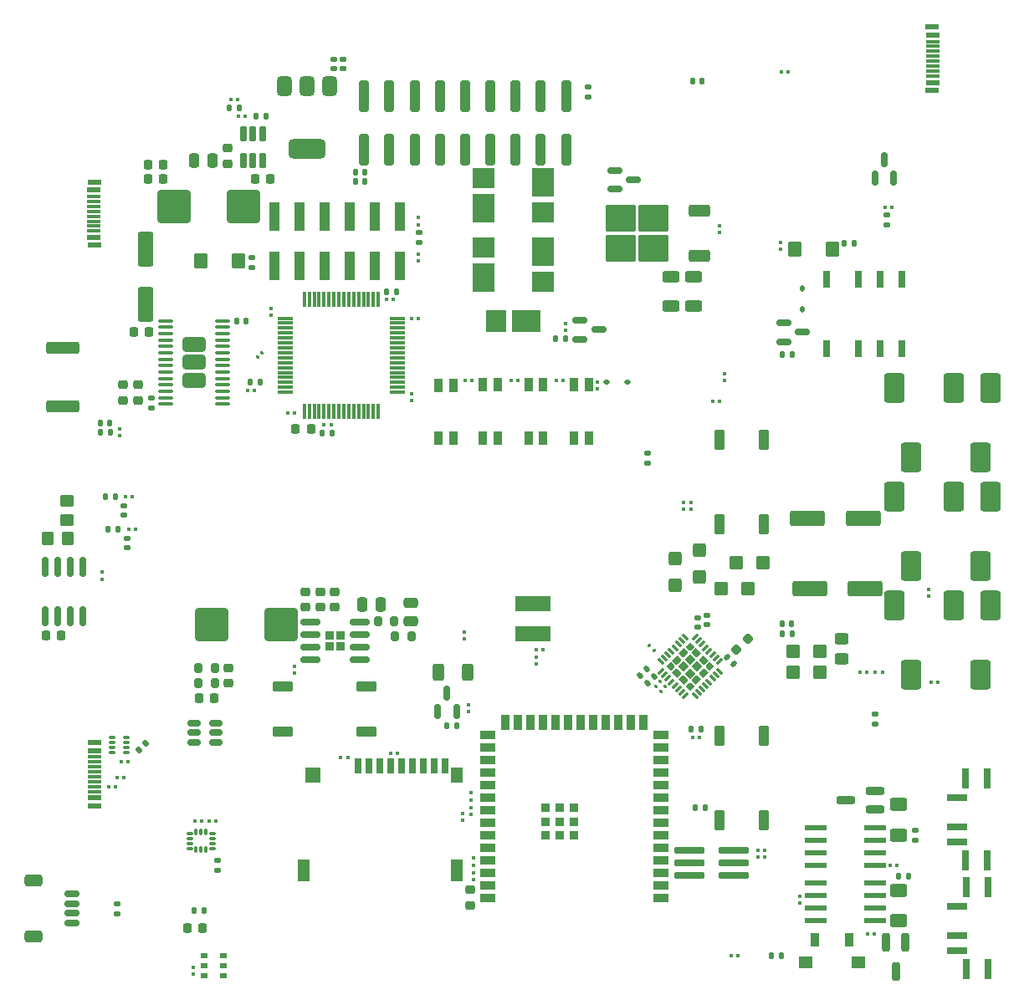
<source format=gbr>
%TF.GenerationSoftware,KiCad,Pcbnew,8.0.5*%
%TF.CreationDate,2024-10-18T10:17:48+02:00*%
%TF.ProjectId,labathome_pcb15,6c616261-7468-46f6-9d65-5f7063623135,rev?*%
%TF.SameCoordinates,Original*%
%TF.FileFunction,Paste,Bot*%
%TF.FilePolarity,Positive*%
%FSLAX46Y46*%
G04 Gerber Fmt 4.6, Leading zero omitted, Abs format (unit mm)*
G04 Created by KiCad (PCBNEW 8.0.5) date 2024-10-18 10:17:48*
%MOMM*%
%LPD*%
G01*
G04 APERTURE LIST*
G04 Aperture macros list*
%AMRoundRect*
0 Rectangle with rounded corners*
0 $1 Rounding radius*
0 $2 $3 $4 $5 $6 $7 $8 $9 X,Y pos of 4 corners*
0 Add a 4 corners polygon primitive as box body*
4,1,4,$2,$3,$4,$5,$6,$7,$8,$9,$2,$3,0*
0 Add four circle primitives for the rounded corners*
1,1,$1+$1,$2,$3*
1,1,$1+$1,$4,$5*
1,1,$1+$1,$6,$7*
1,1,$1+$1,$8,$9*
0 Add four rect primitives between the rounded corners*
20,1,$1+$1,$2,$3,$4,$5,0*
20,1,$1+$1,$4,$5,$6,$7,0*
20,1,$1+$1,$6,$7,$8,$9,0*
20,1,$1+$1,$8,$9,$2,$3,0*%
%AMFreePoly0*
4,1,19,0.290204,0.301344,0.321117,0.247801,0.322490,0.232106,0.322490,-0.157228,0.301344,-0.215326,0.296018,-0.221139,0.221139,-0.296018,0.165104,-0.322146,0.157228,-0.322490,-0.232106,-0.322490,-0.290204,-0.301344,-0.321117,-0.247801,-0.322490,-0.232106,-0.322490,0.232106,-0.301344,0.290204,-0.247801,0.321117,-0.232106,0.322490,0.232106,0.322490,0.290204,0.301344,0.290204,0.301344,
$1*%
%AMFreePoly1*
4,1,21,0.231573,0.385173,0.236504,0.380653,0.300030,0.317127,0.322198,0.269587,0.322490,0.262904,0.322490,-0.262904,0.304550,-0.312195,0.300030,-0.317127,0.236504,-0.380653,0.188964,-0.402821,0.182281,-0.403113,-0.245807,-0.403113,-0.295098,-0.385173,-0.321325,-0.339746,-0.322490,-0.326430,-0.322490,0.326430,-0.304550,0.375720,-0.259123,0.401948,-0.245807,0.403113,0.182281,0.403113,
0.231573,0.385173,0.231573,0.385173,$1*%
%AMFreePoly2*
4,1,19,0.215326,0.301344,0.221139,0.296018,0.296018,0.221139,0.322146,0.165104,0.322490,0.157228,0.322490,-0.232106,0.301344,-0.290204,0.247801,-0.321117,0.232106,-0.322490,-0.232106,-0.322490,-0.290204,-0.301344,-0.321117,-0.247801,-0.322490,-0.232106,-0.322490,0.232106,-0.301344,0.290204,-0.247801,0.321117,-0.232106,0.322490,0.157228,0.322490,0.215326,0.301344,0.215326,0.301344,
$1*%
%AMFreePoly3*
4,1,21,0.375720,0.304550,0.401948,0.259123,0.403113,0.245807,0.403113,-0.182281,0.385173,-0.231573,0.380653,-0.236504,0.317127,-0.300030,0.269587,-0.322198,0.262904,-0.322490,-0.262904,-0.322490,-0.312195,-0.304550,-0.317127,-0.300030,-0.380653,-0.236504,-0.402821,-0.188964,-0.403113,-0.182281,-0.403113,0.245807,-0.385173,0.295098,-0.339746,0.321325,-0.326430,0.322490,0.326430,0.322490,
0.375720,0.304550,0.375720,0.304550,$1*%
%AMFreePoly4*
4,1,21,0.312195,0.304550,0.317127,0.300030,0.380653,0.236504,0.402821,0.188964,0.403113,0.182281,0.403113,-0.245807,0.385173,-0.295098,0.339746,-0.321325,0.326430,-0.322490,-0.326430,-0.322490,-0.375720,-0.304550,-0.401948,-0.259123,-0.403113,-0.245807,-0.403113,0.182281,-0.385173,0.231573,-0.380653,0.236504,-0.317127,0.300030,-0.269587,0.322198,-0.262904,0.322490,0.262904,0.322490,
0.312195,0.304550,0.312195,0.304550,$1*%
%AMFreePoly5*
4,1,19,0.290204,0.301344,0.321117,0.247801,0.322490,0.232106,0.322490,-0.232106,0.301344,-0.290204,0.247801,-0.321117,0.232106,-0.322490,-0.157228,-0.322490,-0.215326,-0.301344,-0.221139,-0.296018,-0.296018,-0.221139,-0.322146,-0.165104,-0.322490,-0.157228,-0.322490,0.232106,-0.301344,0.290204,-0.247801,0.321117,-0.232106,0.322490,0.232106,0.322490,0.290204,0.301344,0.290204,0.301344,
$1*%
%AMFreePoly6*
4,1,21,0.295098,0.385173,0.321325,0.339746,0.322490,0.326430,0.322490,-0.326430,0.304550,-0.375720,0.259123,-0.401948,0.245807,-0.403113,-0.182281,-0.403113,-0.231573,-0.385173,-0.236504,-0.380653,-0.300030,-0.317127,-0.322198,-0.269587,-0.322490,-0.262904,-0.322490,0.262904,-0.304550,0.312195,-0.300030,0.317127,-0.236504,0.380653,-0.188964,0.402821,-0.182281,0.403113,0.245807,0.403113,
0.295098,0.385173,0.295098,0.385173,$1*%
%AMFreePoly7*
4,1,19,0.290204,0.301344,0.321117,0.247801,0.322490,0.232106,0.322490,-0.232106,0.301344,-0.290204,0.247801,-0.321117,0.232106,-0.322490,-0.232106,-0.322490,-0.290204,-0.301344,-0.321117,-0.247801,-0.322490,-0.232106,-0.322490,0.157228,-0.301344,0.215326,-0.296018,0.221139,-0.221139,0.296018,-0.165104,0.322146,-0.157228,0.322490,0.232106,0.322490,0.290204,0.301344,0.290204,0.301344,
$1*%
G04 Aperture macros list end*
%ADD10RoundRect,0.079500X-0.014849X0.127279X-0.127279X0.014849X0.014849X-0.127279X0.127279X-0.014849X0*%
%ADD11RoundRect,0.150000X-0.587500X-0.150000X0.587500X-0.150000X0.587500X0.150000X-0.587500X0.150000X0*%
%ADD12RoundRect,0.079500X0.079500X0.100500X-0.079500X0.100500X-0.079500X-0.100500X0.079500X-0.100500X0*%
%ADD13RoundRect,0.140000X0.140000X0.170000X-0.140000X0.170000X-0.140000X-0.170000X0.140000X-0.170000X0*%
%ADD14RoundRect,0.250000X-1.500000X-0.550000X1.500000X-0.550000X1.500000X0.550000X-1.500000X0.550000X0*%
%ADD15RoundRect,0.200000X-0.200000X-0.275000X0.200000X-0.275000X0.200000X0.275000X-0.200000X0.275000X0*%
%ADD16RoundRect,0.150000X0.150000X-0.587500X0.150000X0.587500X-0.150000X0.587500X-0.150000X-0.587500X0*%
%ADD17RoundRect,0.250000X-0.450000X0.350000X-0.450000X-0.350000X0.450000X-0.350000X0.450000X0.350000X0*%
%ADD18RoundRect,0.079500X-0.100500X0.079500X-0.100500X-0.079500X0.100500X-0.079500X0.100500X0.079500X0*%
%ADD19R,2.000000X0.700000*%
%ADD20R,0.800000X2.000000*%
%ADD21RoundRect,0.225000X0.225000X0.250000X-0.225000X0.250000X-0.225000X-0.250000X0.225000X-0.250000X0*%
%ADD22RoundRect,0.140000X-0.219203X-0.021213X-0.021213X-0.219203X0.219203X0.021213X0.021213X0.219203X0*%
%ADD23RoundRect,0.140000X-0.170000X0.140000X-0.170000X-0.140000X0.170000X-0.140000X0.170000X0.140000X0*%
%ADD24RoundRect,0.135000X0.135000X0.185000X-0.135000X0.185000X-0.135000X-0.185000X0.135000X-0.185000X0*%
%ADD25RoundRect,0.079500X-0.079500X-0.100500X0.079500X-0.100500X0.079500X0.100500X-0.079500X0.100500X0*%
%ADD26R,0.700000X1.600000*%
%ADD27R,1.200000X2.200000*%
%ADD28R,1.200000X1.500000*%
%ADD29R,1.600000X1.500000*%
%ADD30RoundRect,0.250000X-0.450000X-0.425000X0.450000X-0.425000X0.450000X0.425000X-0.450000X0.425000X0*%
%ADD31RoundRect,0.140000X-0.021213X0.219203X-0.219203X0.021213X0.021213X-0.219203X0.219203X-0.021213X0*%
%ADD32RoundRect,0.335000X-1.340000X-1.365000X1.340000X-1.365000X1.340000X1.365000X-1.340000X1.365000X0*%
%ADD33RoundRect,0.220000X-0.780000X-0.330000X0.780000X-0.330000X0.780000X0.330000X-0.780000X0.330000X0*%
%ADD34RoundRect,0.082000X-0.328000X-0.618000X0.328000X-0.618000X0.328000X0.618000X-0.328000X0.618000X0*%
%ADD35RoundRect,0.225000X-0.250000X0.225000X-0.250000X-0.225000X0.250000X-0.225000X0.250000X0.225000X0*%
%ADD36RoundRect,0.225000X0.250000X-0.225000X0.250000X0.225000X-0.250000X0.225000X-0.250000X-0.225000X0*%
%ADD37RoundRect,0.140000X-0.140000X-0.170000X0.140000X-0.170000X0.140000X0.170000X-0.140000X0.170000X0*%
%ADD38RoundRect,0.250000X0.475000X-0.250000X0.475000X0.250000X-0.475000X0.250000X-0.475000X-0.250000X0*%
%ADD39RoundRect,0.079500X0.100500X-0.079500X0.100500X0.079500X-0.100500X0.079500X-0.100500X-0.079500X0*%
%ADD40RoundRect,0.112500X-0.187500X-0.112500X0.187500X-0.112500X0.187500X0.112500X-0.187500X0.112500X0*%
%ADD41RoundRect,0.130000X0.520000X0.670000X-0.520000X0.670000X-0.520000X-0.670000X0.520000X-0.670000X0*%
%ADD42RoundRect,0.220000X0.330000X-0.780000X0.330000X0.780000X-0.330000X0.780000X-0.330000X-0.780000X0*%
%ADD43RoundRect,0.250000X0.750000X-1.250000X0.750000X1.250000X-0.750000X1.250000X-0.750000X-1.250000X0*%
%ADD44RoundRect,0.232500X0.232500X0.232500X-0.232500X0.232500X-0.232500X-0.232500X0.232500X-0.232500X0*%
%ADD45RoundRect,0.150000X0.825000X0.150000X-0.825000X0.150000X-0.825000X-0.150000X0.825000X-0.150000X0*%
%ADD46RoundRect,0.225000X-0.225000X-0.250000X0.225000X-0.250000X0.225000X0.250000X-0.225000X0.250000X0*%
%ADD47RoundRect,0.150000X0.512500X0.150000X-0.512500X0.150000X-0.512500X-0.150000X0.512500X-0.150000X0*%
%ADD48RoundRect,0.112500X-0.112500X0.187500X-0.112500X-0.187500X0.112500X-0.187500X0.112500X0.187500X0*%
%ADD49RoundRect,0.135000X-0.035355X0.226274X-0.226274X0.035355X0.035355X-0.226274X0.226274X-0.035355X0*%
%ADD50R,3.600000X1.500000*%
%ADD51RoundRect,0.255000X0.255000X-1.330000X0.255000X1.330000X-0.255000X1.330000X-0.255000X-1.330000X0*%
%ADD52RoundRect,0.250000X-0.250000X-0.475000X0.250000X-0.475000X0.250000X0.475000X-0.250000X0.475000X0*%
%ADD53R,1.450000X0.600000*%
%ADD54R,1.450000X0.300000*%
%ADD55FreePoly0,135.000000*%
%ADD56FreePoly1,135.000000*%
%ADD57FreePoly2,135.000000*%
%ADD58FreePoly3,135.000000*%
%ADD59RoundRect,0.201557X0.285043X0.000000X0.000000X0.285043X-0.285043X0.000000X0.000000X-0.285043X0*%
%ADD60FreePoly4,135.000000*%
%ADD61FreePoly5,135.000000*%
%ADD62FreePoly6,135.000000*%
%ADD63FreePoly7,135.000000*%
%ADD64RoundRect,0.062500X0.282843X-0.194454X-0.194454X0.282843X-0.282843X0.194454X0.194454X-0.282843X0*%
%ADD65RoundRect,0.062500X0.282843X0.194454X0.194454X0.282843X-0.282843X-0.194454X-0.194454X-0.282843X0*%
%ADD66RoundRect,0.218750X0.026517X-0.335876X0.335876X-0.026517X-0.026517X0.335876X-0.335876X0.026517X0*%
%ADD67RoundRect,0.250000X0.450000X0.425000X-0.450000X0.425000X-0.450000X-0.425000X0.450000X-0.425000X0*%
%ADD68RoundRect,0.200000X-0.200000X0.750000X-0.200000X-0.750000X0.200000X-0.750000X0.200000X0.750000X0*%
%ADD69RoundRect,0.140000X0.170000X-0.140000X0.170000X0.140000X-0.170000X0.140000X-0.170000X-0.140000X0*%
%ADD70RoundRect,0.250000X-0.425000X0.450000X-0.425000X-0.450000X0.425000X-0.450000X0.425000X0.450000X0*%
%ADD71RoundRect,0.250000X-0.625000X0.312500X-0.625000X-0.312500X0.625000X-0.312500X0.625000X0.312500X0*%
%ADD72RoundRect,0.162500X0.162500X-0.617500X0.162500X0.617500X-0.162500X0.617500X-0.162500X-0.617500X0*%
%ADD73RoundRect,0.135000X-0.135000X-0.185000X0.135000X-0.185000X0.135000X0.185000X-0.135000X0.185000X0*%
%ADD74R,0.800000X0.500000*%
%ADD75R,2.200000X3.000000*%
%ADD76R,2.200000X2.000000*%
%ADD77R,2.200000X0.600000*%
%ADD78RoundRect,0.050000X0.285000X0.100000X-0.285000X0.100000X-0.285000X-0.100000X0.285000X-0.100000X0*%
%ADD79RoundRect,0.150000X0.625000X-0.150000X0.625000X0.150000X-0.625000X0.150000X-0.625000X-0.150000X0*%
%ADD80RoundRect,0.250000X0.650000X-0.350000X0.650000X0.350000X-0.650000X0.350000X-0.650000X-0.350000X0*%
%ADD81RoundRect,0.087500X-0.225000X-0.087500X0.225000X-0.087500X0.225000X0.087500X-0.225000X0.087500X0*%
%ADD82RoundRect,0.087500X-0.087500X-0.225000X0.087500X-0.225000X0.087500X0.225000X-0.087500X0.225000X0*%
%ADD83RoundRect,0.185000X-1.315000X-0.185000X1.315000X-0.185000X1.315000X0.185000X-1.315000X0.185000X0*%
%ADD84R,0.900000X1.400000*%
%ADD85R,1.400000X1.200000*%
%ADD86R,1.500000X0.900000*%
%ADD87R,0.900000X1.500000*%
%ADD88R,0.900000X0.900000*%
%ADD89RoundRect,0.135000X-0.185000X0.135000X-0.185000X-0.135000X0.185000X-0.135000X0.185000X0.135000X0*%
%ADD90RoundRect,0.335000X1.340000X1.365000X-1.340000X1.365000X-1.340000X-1.365000X1.340000X-1.365000X0*%
%ADD91RoundRect,0.250000X-0.350000X-0.450000X0.350000X-0.450000X0.350000X0.450000X-0.350000X0.450000X0*%
%ADD92RoundRect,0.075000X0.700000X0.075000X-0.700000X0.075000X-0.700000X-0.075000X0.700000X-0.075000X0*%
%ADD93RoundRect,0.075000X0.075000X0.700000X-0.075000X0.700000X-0.075000X-0.700000X0.075000X-0.700000X0*%
%ADD94RoundRect,0.150000X-0.150000X0.825000X-0.150000X-0.825000X0.150000X-0.825000X0.150000X0.825000X0*%
%ADD95RoundRect,0.250000X0.850000X0.350000X-0.850000X0.350000X-0.850000X-0.350000X0.850000X-0.350000X0*%
%ADD96RoundRect,0.250000X1.275000X1.125000X-1.275000X1.125000X-1.275000X-1.125000X1.275000X-1.125000X0*%
%ADD97RoundRect,0.135000X0.185000X-0.135000X0.185000X0.135000X-0.185000X0.135000X-0.185000X-0.135000X0*%
%ADD98RoundRect,0.375000X-0.375000X0.625000X-0.375000X-0.625000X0.375000X-0.625000X0.375000X0.625000X0*%
%ADD99RoundRect,0.500000X-1.400000X0.500000X-1.400000X-0.500000X1.400000X-0.500000X1.400000X0.500000X0*%
%ADD100RoundRect,0.200000X0.750000X0.200000X-0.750000X0.200000X-0.750000X-0.200000X0.750000X-0.200000X0*%
%ADD101RoundRect,0.079500X0.127279X0.014849X0.014849X0.127279X-0.127279X-0.014849X-0.014849X-0.127279X0*%
%ADD102R,0.800000X1.800000*%
%ADD103RoundRect,0.250000X-0.900000X-0.475000X0.900000X-0.475000X0.900000X0.475000X-0.900000X0.475000X0*%
%ADD104RoundRect,0.100000X-0.637500X-0.100000X0.637500X-0.100000X0.637500X0.100000X-0.637500X0.100000X0*%
%ADD105R,1.000000X3.000000*%
%ADD106RoundRect,0.250000X0.625000X-0.400000X0.625000X0.400000X-0.625000X0.400000X-0.625000X-0.400000X0*%
%ADD107R,3.000000X2.200000*%
%ADD108R,2.000000X2.200000*%
%ADD109RoundRect,0.250000X-0.450000X0.325000X-0.450000X-0.325000X0.450000X-0.325000X0.450000X0.325000X0*%
%ADD110RoundRect,0.250000X-1.425000X0.362500X-1.425000X-0.362500X1.425000X-0.362500X1.425000X0.362500X0*%
%ADD111RoundRect,0.250000X0.550000X-1.500000X0.550000X1.500000X-0.550000X1.500000X-0.550000X-1.500000X0*%
%ADD112RoundRect,0.250000X0.312500X0.625000X-0.312500X0.625000X-0.312500X-0.625000X0.312500X-0.625000X0*%
%ADD113RoundRect,0.250000X-0.625000X0.400000X-0.625000X-0.400000X0.625000X-0.400000X0.625000X0.400000X0*%
%ADD114RoundRect,0.218750X0.218750X0.256250X-0.218750X0.256250X-0.218750X-0.256250X0.218750X-0.256250X0*%
G04 APERTURE END LIST*
D10*
%TO.C,R63*%
X124593952Y-85906048D03*
X124106048Y-86393952D03*
%TD*%
D11*
%TO.C,Q4*%
X177362500Y-84800000D03*
X177362500Y-82900000D03*
X179237500Y-83850000D03*
%TD*%
D12*
%TO.C,C32*%
X127845000Y-92000000D03*
X127155000Y-92000000D03*
%TD*%
D13*
%TO.C,C43*%
X134980000Y-68600000D03*
X134020000Y-68600000D03*
%TD*%
D14*
%TO.C,C19*%
X180000000Y-109850000D03*
X185600000Y-109850000D03*
%TD*%
D15*
%TO.C,R7*%
X118125000Y-119400000D03*
X119775000Y-119400000D03*
%TD*%
D16*
%TO.C,Q6*%
X144250000Y-122237500D03*
X142350000Y-122237500D03*
X143300000Y-120362500D03*
%TD*%
D17*
%TO.C,R49*%
X104850000Y-100900000D03*
X104850000Y-102900000D03*
%TD*%
D18*
%TO.C,R45*%
X155300000Y-82955000D03*
X155300000Y-83645000D03*
%TD*%
D19*
%TO.C,SW3*%
X194920000Y-141950000D03*
X194920000Y-144950000D03*
X194920000Y-146450000D03*
D20*
X198030000Y-140050000D03*
X195820000Y-140050000D03*
X198030000Y-148350000D03*
X195820000Y-148350000D03*
%TD*%
D21*
%TO.C,C84*%
X114575000Y-66850000D03*
X113025000Y-66850000D03*
%TD*%
D22*
%TO.C,C14*%
X171610589Y-116710589D03*
X172289411Y-117389411D03*
%TD*%
D12*
%TO.C,R60*%
X122895000Y-62000000D03*
X122205000Y-62000000D03*
%TD*%
D23*
%TO.C,C10*%
X110900000Y-104720000D03*
X110900000Y-105680000D03*
%TD*%
D24*
%TO.C,R69*%
X124360000Y-88900000D03*
X123340000Y-88900000D03*
%TD*%
D25*
%TO.C,R68*%
X123105000Y-89750000D03*
X123795000Y-89750000D03*
%TD*%
D26*
%TO.C,J17*%
X134300000Y-127725000D03*
X135400000Y-127725000D03*
X136500000Y-127725000D03*
X137600000Y-127725000D03*
X138700000Y-127725000D03*
X139800000Y-127725000D03*
X140900000Y-127725000D03*
X142000000Y-127725000D03*
X143100000Y-127725000D03*
D27*
X144300000Y-138325000D03*
D28*
X144300000Y-128725000D03*
D29*
X129700000Y-128725000D03*
D27*
X128800000Y-138325000D03*
%TD*%
D30*
%TO.C,C17*%
X172550000Y-107200000D03*
X175250000Y-107200000D03*
%TD*%
D31*
%TO.C,C12*%
X163539411Y-117960589D03*
X162860589Y-118639411D03*
%TD*%
D25*
%TO.C,R59*%
X121405000Y-60250000D03*
X122095000Y-60250000D03*
%TD*%
D32*
%TO.C,L4*%
X115675000Y-71100000D03*
X122725000Y-71100000D03*
%TD*%
D19*
%TO.C,SW2*%
X194890000Y-130950000D03*
X194890000Y-133950000D03*
X194890000Y-135450000D03*
D20*
X198000000Y-129050000D03*
X195790000Y-129050000D03*
X198000000Y-137350000D03*
X195790000Y-137350000D03*
%TD*%
D33*
%TO.C,SW5*%
X126650000Y-124250000D03*
X135150000Y-124250000D03*
X126650000Y-119750000D03*
X135150000Y-119750000D03*
%TD*%
D34*
%TO.C,D21*%
X157650000Y-89150000D03*
X156150000Y-89150000D03*
X156150000Y-94550000D03*
X157650000Y-94550000D03*
%TD*%
D35*
%TO.C,C28*%
X131950000Y-110125000D03*
X131950000Y-111675000D03*
%TD*%
D36*
%TO.C,C52*%
X110500000Y-90725000D03*
X110500000Y-89175000D03*
%TD*%
D18*
%TO.C,C50*%
X139700000Y-90055000D03*
X139700000Y-90745000D03*
%TD*%
D37*
%TO.C,C36*%
X137195000Y-79725000D03*
X138155000Y-79725000D03*
%TD*%
D38*
%TO.C,C1*%
X139650000Y-113150000D03*
X139650000Y-111250000D03*
%TD*%
D12*
%TO.C,C54*%
X118445000Y-133350000D03*
X117755000Y-133350000D03*
%TD*%
D39*
%TO.C,C25*%
X140350000Y-76595000D03*
X140350000Y-75905000D03*
%TD*%
D15*
%TO.C,R3*%
X138025000Y-114650000D03*
X139675000Y-114650000D03*
%TD*%
D25*
%TO.C,R18*%
X109055000Y-129850000D03*
X109745000Y-129850000D03*
%TD*%
D40*
%TO.C,D20*%
X159450000Y-88900000D03*
X161550000Y-88900000D03*
%TD*%
D39*
%TO.C,C45*%
X158500000Y-89545000D03*
X158500000Y-88855000D03*
%TD*%
D25*
%TO.C,R54*%
X185105000Y-118300000D03*
X185795000Y-118300000D03*
%TD*%
D41*
%TO.C,D19*%
X122200000Y-76650000D03*
X118400000Y-76650000D03*
%TD*%
D42*
%TO.C,SW7*%
X175350000Y-103250000D03*
X175350000Y-94750000D03*
X170850000Y-103250000D03*
X170850000Y-94750000D03*
%TD*%
D18*
%TO.C,R55*%
X192000000Y-109855000D03*
X192000000Y-110545000D03*
%TD*%
D43*
%TO.C,J14*%
X194575000Y-100500000D03*
X197275000Y-107500000D03*
X198275000Y-100500000D03*
X190275000Y-107500000D03*
X188575000Y-100500000D03*
%TD*%
D44*
%TO.C,U2*%
X132525000Y-115675000D03*
X132525000Y-114525000D03*
X131375000Y-115675000D03*
X131375000Y-114525000D03*
D45*
X134425000Y-113195000D03*
X134425000Y-114465000D03*
X134425000Y-115735000D03*
X134425000Y-117005000D03*
X129475000Y-117005000D03*
X129475000Y-115735000D03*
X129475000Y-114465000D03*
X129475000Y-113195000D03*
%TD*%
D46*
%TO.C,C29*%
X118175000Y-120900000D03*
X119725000Y-120900000D03*
%TD*%
D47*
%TO.C,U8*%
X119937500Y-123450000D03*
X119937500Y-124400000D03*
X119937500Y-125350000D03*
X117662500Y-125350000D03*
X117662500Y-124400000D03*
X117662500Y-123450000D03*
%TD*%
D48*
%TO.C,D13*%
X179250000Y-79450000D03*
X179250000Y-81550000D03*
%TD*%
D49*
%TO.C,R73*%
X112810624Y-125439376D03*
X112089376Y-126160624D03*
%TD*%
D50*
%TO.C,LS1*%
X151975000Y-111325000D03*
X151975000Y-114375000D03*
%TD*%
D25*
%TO.C,C35*%
X139680000Y-82475000D03*
X140370000Y-82475000D03*
%TD*%
D51*
%TO.C,J26*%
X155340000Y-65362500D03*
X155340000Y-59912500D03*
X152780000Y-65362500D03*
X152780000Y-59912500D03*
X150180000Y-65362500D03*
X150180000Y-59912500D03*
X147640000Y-65362500D03*
X147640000Y-59912500D03*
X145100000Y-65362500D03*
X145100000Y-59912500D03*
X142560000Y-65362500D03*
X142560000Y-59912500D03*
X140020000Y-65362500D03*
X140020000Y-59912500D03*
X137420000Y-65362500D03*
X137420000Y-59912500D03*
X134860000Y-65362500D03*
X134860000Y-59912500D03*
%TD*%
D12*
%TO.C,C47*%
X150445000Y-88750000D03*
X149755000Y-88750000D03*
%TD*%
D52*
%TO.C,C80*%
X117700001Y-66500000D03*
X119599999Y-66500000D03*
%TD*%
D18*
%TO.C,C60*%
X170900000Y-73055000D03*
X170900000Y-73745000D03*
%TD*%
D53*
%TO.C,J13*%
X107600000Y-75050000D03*
X107550000Y-74250000D03*
D54*
X107550000Y-73100000D03*
X107550000Y-72100000D03*
X107550000Y-71600000D03*
X107550000Y-70600000D03*
D53*
X107550000Y-69450000D03*
X107600000Y-68650000D03*
X107600000Y-68650000D03*
X107550000Y-69450000D03*
D54*
X107550000Y-70100000D03*
X107550000Y-71100000D03*
X107550000Y-72600000D03*
X107550000Y-73600000D03*
D53*
X107550000Y-74250000D03*
X107600000Y-75050000D03*
%TD*%
D15*
%TO.C,R28*%
X118125000Y-117850000D03*
X119775000Y-117850000D03*
%TD*%
D12*
%TO.C,C26*%
X138295000Y-126500000D03*
X137605000Y-126500000D03*
%TD*%
D35*
%TO.C,C31*%
X130450000Y-110125000D03*
X130450000Y-111675000D03*
%TD*%
D55*
%TO.C,U10*%
X167900000Y-119679899D03*
D56*
X168536396Y-119043503D03*
X169243503Y-118336396D03*
D57*
X169879899Y-117700000D03*
D58*
X167263604Y-119043503D03*
D59*
X167900000Y-118407107D03*
X168607107Y-117700000D03*
D60*
X169243503Y-117063604D03*
D58*
X166556497Y-118336396D03*
D59*
X167192893Y-117700000D03*
X167900000Y-116992893D03*
D60*
X168536396Y-116356497D03*
D61*
X165920101Y-117700000D03*
D62*
X166556497Y-117063604D03*
X167263604Y-116356497D03*
D63*
X167900000Y-115720101D03*
D64*
X170869848Y-118194975D03*
X170516295Y-118548528D03*
X170162742Y-118902082D03*
X169809188Y-119255635D03*
X169455635Y-119609188D03*
X169102082Y-119962742D03*
X168748528Y-120316295D03*
X168394975Y-120669848D03*
D65*
X167405025Y-120669848D03*
X167051472Y-120316295D03*
X166697918Y-119962742D03*
X166344365Y-119609188D03*
X165990812Y-119255635D03*
X165637258Y-118902082D03*
X165283705Y-118548528D03*
X164930152Y-118194975D03*
D64*
X164930152Y-117205025D03*
X165283705Y-116851472D03*
X165637258Y-116497918D03*
X165990812Y-116144365D03*
X166344365Y-115790812D03*
X166697918Y-115437258D03*
X167051472Y-115083705D03*
X167405025Y-114730152D03*
D65*
X168394975Y-114730152D03*
X168748528Y-115083705D03*
X169102082Y-115437258D03*
X169455635Y-115790812D03*
X169809188Y-116144365D03*
X170162742Y-116497918D03*
X170516295Y-116851472D03*
X170869848Y-117205025D03*
%TD*%
D12*
%TO.C,C53*%
X175445000Y-137000000D03*
X174755000Y-137000000D03*
%TD*%
D66*
%TO.C,FB1*%
X172593153Y-116006847D03*
X173706847Y-114893153D03*
%TD*%
D18*
%TO.C,C27*%
X145050000Y-114180000D03*
X145050000Y-114870000D03*
%TD*%
D67*
%TO.C,C20*%
X181000000Y-118300000D03*
X178300000Y-118300000D03*
%TD*%
D13*
%TO.C,C59*%
X169080000Y-58400000D03*
X168120000Y-58400000D03*
%TD*%
D67*
%TO.C,C23*%
X181000000Y-116150000D03*
X178300000Y-116150000D03*
%TD*%
D18*
%TO.C,R58*%
X145700000Y-130505000D03*
X145700000Y-131195000D03*
%TD*%
D21*
%TO.C,C56*%
X118575000Y-144200000D03*
X117025000Y-144200000D03*
%TD*%
D12*
%TO.C,C48*%
X145845000Y-88750000D03*
X145155000Y-88750000D03*
%TD*%
D37*
%TO.C,C22*%
X177220000Y-113400000D03*
X178180000Y-113400000D03*
%TD*%
D24*
%TO.C,R35*%
X155310000Y-84525000D03*
X154290000Y-84525000D03*
%TD*%
D68*
%TO.C,D3*%
X187750000Y-145600000D03*
X189650000Y-145600000D03*
X188700000Y-148600000D03*
%TD*%
D30*
%TO.C,C16*%
X171050000Y-109800000D03*
X173750000Y-109800000D03*
%TD*%
D12*
%TO.C,R39*%
X170845000Y-90825000D03*
X170155000Y-90825000D03*
%TD*%
D21*
%TO.C,C83*%
X114575000Y-68350000D03*
X113025000Y-68350000D03*
%TD*%
D69*
%TO.C,C15*%
X168650000Y-113730000D03*
X168650000Y-112770000D03*
%TD*%
D39*
%TO.C,R75*%
X145450000Y-122245000D03*
X145450000Y-121555000D03*
%TD*%
D70*
%TO.C,C24*%
X166400000Y-106750000D03*
X166400000Y-109450000D03*
%TD*%
D71*
%TO.C,R15*%
X165950000Y-78237500D03*
X165950000Y-81162500D03*
%TD*%
D72*
%TO.C,U27*%
X124600000Y-66450000D03*
X123650000Y-66450000D03*
X122700000Y-66450000D03*
X122700000Y-63750000D03*
X123650000Y-63750000D03*
X124600000Y-63750000D03*
%TD*%
D24*
%TO.C,R74*%
X144310000Y-123700000D03*
X143290000Y-123700000D03*
%TD*%
D73*
%TO.C,R10*%
X108990000Y-103800000D03*
X110010000Y-103800000D03*
%TD*%
D35*
%TO.C,C30*%
X128950000Y-110125000D03*
X128950000Y-111675000D03*
%TD*%
D74*
%TO.C,U12*%
X118700000Y-149000000D03*
X118700000Y-148000000D03*
X118700000Y-147000000D03*
X120700000Y-147000000D03*
X120700000Y-148000000D03*
X120700000Y-149000000D03*
%TD*%
D18*
%TO.C,R65*%
X140400000Y-72255000D03*
X140400000Y-72945000D03*
%TD*%
D75*
%TO.C,D8*%
X147000000Y-71300000D03*
D76*
X147000000Y-68250000D03*
%TD*%
D18*
%TO.C,R62*%
X152350000Y-116755000D03*
X152350000Y-117445000D03*
%TD*%
D77*
%TO.C,U1*%
X180600000Y-137830000D03*
X180600000Y-136560000D03*
X180600000Y-135290000D03*
X180600000Y-134020000D03*
X186600000Y-134020000D03*
X186600000Y-135290000D03*
X186600000Y-136560000D03*
X186600000Y-137830000D03*
%TD*%
D34*
%TO.C,D15*%
X153044201Y-89150000D03*
X151544201Y-89150000D03*
X151544201Y-94550000D03*
X153044201Y-94550000D03*
%TD*%
D78*
%TO.C,U18*%
X110840000Y-124900000D03*
X110840000Y-125400000D03*
X110840000Y-125900000D03*
X110840000Y-126400000D03*
X109360000Y-126400000D03*
X109360000Y-125900000D03*
X109360000Y-125400000D03*
X109360000Y-124900000D03*
%TD*%
D25*
%TO.C,C49*%
X130855000Y-93250000D03*
X131545000Y-93250000D03*
%TD*%
D53*
%TO.C,J29*%
X192382500Y-52950000D03*
X192432500Y-53750000D03*
D54*
X192432500Y-54900000D03*
X192432500Y-55900000D03*
X192432500Y-56400000D03*
X192432500Y-57400000D03*
D53*
X192432500Y-58550000D03*
X192382500Y-59350000D03*
X192382500Y-59350000D03*
X192432500Y-58550000D03*
D54*
X192432500Y-57900000D03*
X192432500Y-56900000D03*
X192432500Y-55400000D03*
X192432500Y-54400000D03*
D53*
X192432500Y-53750000D03*
X192382500Y-52950000D03*
%TD*%
D42*
%TO.C,SW8*%
X175350000Y-133250000D03*
X175350000Y-124750000D03*
X170850000Y-133250000D03*
X170850000Y-124750000D03*
%TD*%
D43*
%TO.C,J16*%
X194575000Y-111500000D03*
X197275000Y-118500000D03*
X198275000Y-111500000D03*
X190275000Y-118500000D03*
X188575000Y-111500000D03*
%TD*%
D79*
%TO.C,J11*%
X105300000Y-143700000D03*
X105300000Y-142700000D03*
X105300000Y-141700000D03*
X105300000Y-140700000D03*
D80*
X101425000Y-145000000D03*
X101425000Y-139400000D03*
%TD*%
D81*
%TO.C,U9*%
X117237500Y-136100000D03*
X117237500Y-135600000D03*
X117237500Y-135100000D03*
X117237500Y-134600000D03*
D82*
X117900000Y-134437500D03*
X118400000Y-134437500D03*
X118900000Y-134437500D03*
D81*
X119562500Y-134600000D03*
X119562500Y-135100000D03*
X119562500Y-135600000D03*
X119562500Y-136100000D03*
D82*
X118900000Y-136262500D03*
X118400000Y-136262500D03*
X117900000Y-136262500D03*
%TD*%
D75*
%TO.C,D9*%
X147000000Y-78300000D03*
D76*
X147000000Y-75250000D03*
%TD*%
D83*
%TO.C,J6*%
X167800000Y-138870000D03*
X172300000Y-138870000D03*
X167800000Y-137600000D03*
X172300000Y-137600000D03*
X167800000Y-136330000D03*
X172300000Y-136330000D03*
%TD*%
D10*
%TO.C,C65*%
X165393952Y-119706048D03*
X164906048Y-120193952D03*
%TD*%
D84*
%TO.C,SW1*%
X180550000Y-145350000D03*
X183950000Y-145350000D03*
D85*
X179550000Y-147650000D03*
X184950000Y-147650000D03*
%TD*%
D86*
%TO.C,U4*%
X147450000Y-141120000D03*
X147450000Y-139850000D03*
X147450000Y-138580000D03*
X147450000Y-137310000D03*
X147450000Y-136040000D03*
X147450000Y-134770000D03*
X147450000Y-133500000D03*
X147450000Y-132230000D03*
X147450000Y-130960000D03*
X147450000Y-129690000D03*
X147450000Y-128420000D03*
X147450000Y-127150000D03*
X147450000Y-125880000D03*
X147450000Y-124610000D03*
D87*
X149215000Y-123360000D03*
X150485000Y-123360000D03*
X151755000Y-123360000D03*
X153025000Y-123360000D03*
X154295000Y-123360000D03*
X155565000Y-123360000D03*
X156835000Y-123360000D03*
X158105000Y-123360000D03*
X159375000Y-123360000D03*
X160645000Y-123360000D03*
X161915000Y-123360000D03*
X163185000Y-123360000D03*
D86*
X164950000Y-124610000D03*
X164950000Y-125880000D03*
X164950000Y-127150000D03*
X164950000Y-128420000D03*
X164950000Y-129690000D03*
X164950000Y-130960000D03*
X164950000Y-132230000D03*
X164950000Y-133500000D03*
X164950000Y-134770000D03*
X164950000Y-136040000D03*
X164950000Y-137310000D03*
X164950000Y-138580000D03*
X164950000Y-139850000D03*
X164950000Y-141120000D03*
D88*
X153300000Y-132000000D03*
X153300000Y-132000000D03*
X153300000Y-133400000D03*
X153300000Y-134800000D03*
X154700000Y-132000000D03*
X154700000Y-133400000D03*
X154700000Y-134800000D03*
X154700000Y-134800000D03*
X156100000Y-132000000D03*
X156100000Y-133400000D03*
X156100000Y-134800000D03*
%TD*%
D89*
%TO.C,R43*%
X109900000Y-141690000D03*
X109900000Y-142710000D03*
%TD*%
D21*
%TO.C,C64*%
X104275000Y-114550000D03*
X102725000Y-114550000D03*
%TD*%
D89*
%TO.C,R30*%
X187800000Y-71990000D03*
X187800000Y-73010000D03*
%TD*%
D14*
%TO.C,C18*%
X179800000Y-102700000D03*
X185400000Y-102700000D03*
%TD*%
D90*
%TO.C,L1*%
X126525000Y-113450000D03*
X119475000Y-113450000D03*
%TD*%
D12*
%TO.C,R22*%
X177845000Y-57500000D03*
X177155000Y-57500000D03*
%TD*%
D91*
%TO.C,R52*%
X102900000Y-104700000D03*
X104900000Y-104700000D03*
%TD*%
D25*
%TO.C,C34*%
X137130000Y-80550000D03*
X137820000Y-80550000D03*
%TD*%
D18*
%TO.C,R37*%
X167200000Y-101055000D03*
X167200000Y-101745000D03*
%TD*%
D92*
%TO.C,U5*%
X138275000Y-82425000D03*
X138275000Y-82925000D03*
X138275000Y-83425000D03*
X138275000Y-83925000D03*
X138275000Y-84425000D03*
X138275000Y-84925000D03*
X138275000Y-85425000D03*
X138275000Y-85925000D03*
X138275000Y-86425000D03*
X138275000Y-86925000D03*
X138275000Y-87425000D03*
X138275000Y-87925000D03*
X138275000Y-88425000D03*
X138275000Y-88925000D03*
X138275000Y-89425000D03*
X138275000Y-89925000D03*
D93*
X136350000Y-91850000D03*
X135850000Y-91850000D03*
X135350000Y-91850000D03*
X134850000Y-91850000D03*
X134350000Y-91850000D03*
X133850000Y-91850000D03*
X133350000Y-91850000D03*
X132850000Y-91850000D03*
X132350000Y-91850000D03*
X131850000Y-91850000D03*
X131350000Y-91850000D03*
X130850000Y-91850000D03*
X130350000Y-91850000D03*
X129850000Y-91850000D03*
X129350000Y-91850000D03*
X128850000Y-91850000D03*
D92*
X126925000Y-89925000D03*
X126925000Y-89425000D03*
X126925000Y-88925000D03*
X126925000Y-88425000D03*
X126925000Y-87925000D03*
X126925000Y-87425000D03*
X126925000Y-86925000D03*
X126925000Y-86425000D03*
X126925000Y-85925000D03*
X126925000Y-85425000D03*
X126925000Y-84925000D03*
X126925000Y-84425000D03*
X126925000Y-83925000D03*
X126925000Y-83425000D03*
X126925000Y-82925000D03*
X126925000Y-82425000D03*
D93*
X128850000Y-80500000D03*
X129350000Y-80500000D03*
X129850000Y-80500000D03*
X130350000Y-80500000D03*
X130850000Y-80500000D03*
X131350000Y-80500000D03*
X131850000Y-80500000D03*
X132350000Y-80500000D03*
X132850000Y-80500000D03*
X133350000Y-80500000D03*
X133850000Y-80500000D03*
X134350000Y-80500000D03*
X134850000Y-80500000D03*
X135350000Y-80500000D03*
X135850000Y-80500000D03*
X136350000Y-80500000D03*
%TD*%
D43*
%TO.C,J3*%
X194575000Y-89500000D03*
X197275000Y-96500000D03*
X198275000Y-89500000D03*
X190275000Y-96500000D03*
X188575000Y-89500000D03*
%TD*%
D73*
%TO.C,R40*%
X168390000Y-132000000D03*
X169410000Y-132000000D03*
%TD*%
D94*
%TO.C,U16*%
X102595000Y-107625000D03*
X103865000Y-107625000D03*
X105135000Y-107625000D03*
X106405000Y-107625000D03*
X106405000Y-112575000D03*
X105135000Y-112575000D03*
X103865000Y-112575000D03*
X102595000Y-112575000D03*
%TD*%
D37*
%TO.C,C37*%
X130670000Y-94100000D03*
X131630000Y-94100000D03*
%TD*%
D89*
%TO.C,R8*%
X190650000Y-134240000D03*
X190650000Y-135260000D03*
%TD*%
D95*
%TO.C,Q3*%
X168840000Y-71570000D03*
D96*
X164215000Y-75375000D03*
X164215000Y-72325000D03*
X160865000Y-75375000D03*
X160865000Y-72325000D03*
D95*
X168840000Y-76130000D03*
%TD*%
D37*
%TO.C,C61*%
X122020000Y-82700000D03*
X122980000Y-82700000D03*
%TD*%
D97*
%TO.C,R12*%
X157600000Y-60000000D03*
X157600000Y-58980000D03*
%TD*%
D70*
%TO.C,C62*%
X168800000Y-105950000D03*
X168800000Y-108650000D03*
%TD*%
D18*
%TO.C,R53*%
X177050000Y-74755000D03*
X177050000Y-75445000D03*
%TD*%
D25*
%TO.C,R61*%
X132555000Y-126950000D03*
X133245000Y-126950000D03*
%TD*%
D12*
%TO.C,C5*%
X172745000Y-147000000D03*
X172055000Y-147000000D03*
%TD*%
D23*
%TO.C,C9*%
X110600000Y-101420000D03*
X110600000Y-102380000D03*
%TD*%
D25*
%TO.C,R25*%
X186655000Y-118300000D03*
X187345000Y-118300000D03*
%TD*%
D69*
%TO.C,C21*%
X169600000Y-113480000D03*
X169600000Y-112520000D03*
%TD*%
D18*
%TO.C,R4*%
X127900000Y-117655000D03*
X127900000Y-118345000D03*
%TD*%
D11*
%TO.C,Q5*%
X156762500Y-84550000D03*
X156762500Y-82650000D03*
X158637500Y-83600000D03*
%TD*%
D25*
%TO.C,R19*%
X109905000Y-128950000D03*
X110595000Y-128950000D03*
%TD*%
D23*
%TO.C,C41*%
X132800000Y-56220000D03*
X132800000Y-57180000D03*
%TD*%
D35*
%TO.C,C7*%
X121200000Y-117825000D03*
X121200000Y-119375000D03*
%TD*%
D25*
%TO.C,R21*%
X185855000Y-144800000D03*
X186545000Y-144800000D03*
%TD*%
%TO.C,R67*%
X152305000Y-116000000D03*
X152995000Y-116000000D03*
%TD*%
D98*
%TO.C,U11*%
X126800000Y-58950000D03*
X129100000Y-58950000D03*
D99*
X129100000Y-65250000D03*
D98*
X131400000Y-58950000D03*
%TD*%
D18*
%TO.C,R11*%
X171400000Y-88055000D03*
X171400000Y-88745000D03*
%TD*%
D10*
%TO.C,C66*%
X164893952Y-119206048D03*
X164406048Y-119693952D03*
%TD*%
D21*
%TO.C,C63*%
X113125000Y-83800000D03*
X111575000Y-83800000D03*
%TD*%
D100*
%TO.C,D2*%
X186650000Y-130300000D03*
X186650000Y-132200000D03*
X183650000Y-131250000D03*
%TD*%
D101*
%TO.C,R26*%
X164243952Y-116043952D03*
X163756048Y-115556048D03*
%TD*%
D12*
%TO.C,R51*%
X111445000Y-100500000D03*
X110755000Y-100500000D03*
%TD*%
D18*
%TO.C,C33*%
X125500000Y-81455000D03*
X125500000Y-82145000D03*
%TD*%
D89*
%TO.C,R71*%
X140500000Y-73740000D03*
X140500000Y-74760000D03*
%TD*%
D102*
%TO.C,K1*%
X181700000Y-78500000D03*
X184900000Y-78500000D03*
X187100000Y-78500000D03*
X189300000Y-78500000D03*
X189300000Y-85500000D03*
X187100000Y-85500000D03*
X184900000Y-85500000D03*
X181700000Y-85500000D03*
%TD*%
D24*
%TO.C,R48*%
X125010000Y-62000000D03*
X123990000Y-62000000D03*
%TD*%
D39*
%TO.C,C2*%
X145950000Y-139245000D03*
X145950000Y-138555000D03*
%TD*%
D103*
%TO.C,U3*%
X117700000Y-85100000D03*
X117700000Y-86900000D03*
X117700000Y-88700000D03*
D104*
X114837500Y-91125000D03*
X114837500Y-90475000D03*
X114837500Y-89825000D03*
X114837500Y-89175000D03*
X114837500Y-88525000D03*
X114837500Y-87875000D03*
X114837500Y-87225000D03*
X114837500Y-86575000D03*
X114837500Y-85925000D03*
X114837500Y-85275000D03*
X114837500Y-84625000D03*
X114837500Y-83975000D03*
X114837500Y-83325000D03*
X114837500Y-82675000D03*
X120562500Y-82675000D03*
X120562500Y-83325000D03*
X120562500Y-83975000D03*
X120562500Y-84625000D03*
X120562500Y-85275000D03*
X120562500Y-85925000D03*
X120562500Y-86575000D03*
X120562500Y-87225000D03*
X120562500Y-87875000D03*
X120562500Y-88525000D03*
X120562500Y-89175000D03*
X120562500Y-89825000D03*
X120562500Y-90475000D03*
X120562500Y-91125000D03*
%TD*%
D24*
%TO.C,R1*%
X177110000Y-147000000D03*
X176090000Y-147000000D03*
%TD*%
D21*
%TO.C,C81*%
X125425000Y-68300000D03*
X123875000Y-68300000D03*
%TD*%
D24*
%TO.C,R24*%
X178210000Y-114400000D03*
X177190000Y-114400000D03*
%TD*%
D105*
%TO.C,J36*%
X138550000Y-72125000D03*
X138550000Y-77165000D03*
X136010000Y-72125000D03*
X136010000Y-77165000D03*
X133470000Y-72125000D03*
X133470000Y-77165000D03*
X130930000Y-72125000D03*
X130930000Y-77165000D03*
X128390000Y-72125000D03*
X128390000Y-77165000D03*
X125850000Y-72125000D03*
X125850000Y-77165000D03*
%TD*%
D106*
%TO.C,R20*%
X189000000Y-134750000D03*
X189000000Y-131650000D03*
%TD*%
D107*
%TO.C,D10*%
X151300000Y-82700000D03*
D108*
X148250000Y-82700000D03*
%TD*%
D12*
%TO.C,C3*%
X188845000Y-137800000D03*
X188155000Y-137800000D03*
%TD*%
D97*
%TO.C,R34*%
X123550000Y-77285000D03*
X123550000Y-76265000D03*
%TD*%
D34*
%TO.C,D17*%
X143950000Y-89200000D03*
X142450000Y-89200000D03*
X142450000Y-94600000D03*
X143950000Y-94600000D03*
%TD*%
D53*
%TO.C,J5*%
X107650000Y-131800000D03*
X107600000Y-131000000D03*
D54*
X107600000Y-129850000D03*
X107600000Y-128850000D03*
X107600000Y-128350000D03*
X107600000Y-127350000D03*
D53*
X107600000Y-126200000D03*
X107650000Y-125400000D03*
X107650000Y-125400000D03*
X107600000Y-126200000D03*
D54*
X107600000Y-126850000D03*
X107600000Y-127850000D03*
X107600000Y-129350000D03*
X107600000Y-130350000D03*
D53*
X107600000Y-131000000D03*
X107650000Y-131800000D03*
%TD*%
D25*
%TO.C,C55*%
X119205000Y-133350000D03*
X119895000Y-133350000D03*
%TD*%
D12*
%TO.C,R64*%
X111745000Y-103800000D03*
X111055000Y-103800000D03*
%TD*%
D34*
%TO.C,D16*%
X148450000Y-89150000D03*
X146950000Y-89150000D03*
X146950000Y-94550000D03*
X148450000Y-94550000D03*
%TD*%
D12*
%TO.C,R41*%
X175445000Y-136300000D03*
X174755000Y-136300000D03*
%TD*%
D16*
%TO.C,Q2*%
X188500000Y-68237500D03*
X186600000Y-68237500D03*
X187550000Y-66362500D03*
%TD*%
D109*
%TO.C,R23*%
X183200000Y-114875000D03*
X183200000Y-116925000D03*
%TD*%
D39*
%TO.C,R36*%
X168000000Y-101745000D03*
X168000000Y-101055000D03*
%TD*%
D69*
%TO.C,C38*%
X113350000Y-91480000D03*
X113350000Y-90520000D03*
%TD*%
D39*
%TO.C,R57*%
X145700000Y-132645000D03*
X145700000Y-131955000D03*
%TD*%
D37*
%TO.C,C44*%
X134020000Y-67650000D03*
X134980000Y-67650000D03*
%TD*%
D89*
%TO.C,R42*%
X186600000Y-122490000D03*
X186600000Y-123510000D03*
%TD*%
D39*
%TO.C,R2*%
X145950000Y-137795000D03*
X145950000Y-137105000D03*
%TD*%
D73*
%TO.C,R14*%
X108690000Y-100500000D03*
X109710000Y-100500000D03*
%TD*%
D41*
%TO.C,D14*%
X182300000Y-75400000D03*
X178500000Y-75400000D03*
%TD*%
D35*
%TO.C,C79*%
X121100000Y-65225000D03*
X121100000Y-66775000D03*
%TD*%
D12*
%TO.C,R72*%
X111045000Y-127300000D03*
X110355000Y-127300000D03*
%TD*%
D18*
%TO.C,R56*%
X144850000Y-132605000D03*
X144850000Y-133295000D03*
%TD*%
D11*
%TO.C,Q1*%
X160262500Y-69350000D03*
X160262500Y-67450000D03*
X162137500Y-68400000D03*
%TD*%
D69*
%TO.C,C42*%
X131800000Y-57180000D03*
X131800000Y-56220000D03*
%TD*%
D12*
%TO.C,C40*%
X168845000Y-124900000D03*
X168155000Y-124900000D03*
%TD*%
D75*
%TO.C,D12*%
X153000000Y-68700000D03*
D76*
X153000000Y-71750000D03*
%TD*%
D75*
%TO.C,D11*%
X153000000Y-75700000D03*
D76*
X153000000Y-78750000D03*
%TD*%
D13*
%TO.C,C8*%
X109180000Y-93050000D03*
X108220000Y-93050000D03*
%TD*%
%TO.C,C82*%
X122230000Y-61100000D03*
X121270000Y-61100000D03*
%TD*%
D110*
%TO.C,R38*%
X104400000Y-85437500D03*
X104400000Y-91362500D03*
%TD*%
D111*
%TO.C,C39*%
X112800000Y-81050000D03*
X112800000Y-75450000D03*
%TD*%
D24*
%TO.C,R29*%
X178260000Y-86100000D03*
X177240000Y-86100000D03*
%TD*%
D71*
%TO.C,R13*%
X168250000Y-78237500D03*
X168250000Y-81162500D03*
%TD*%
D31*
%TO.C,C13*%
X164239411Y-118660589D03*
X163560589Y-119339411D03*
%TD*%
D73*
%TO.C,R16*%
X108190000Y-94000000D03*
X109210000Y-94000000D03*
%TD*%
D89*
%TO.C,R70*%
X163600000Y-96090001D03*
X163600000Y-97109999D03*
%TD*%
D15*
%TO.C,R47*%
X136325000Y-113150000D03*
X137975000Y-113150000D03*
%TD*%
D24*
%TO.C,R6*%
X184510000Y-74850000D03*
X183490000Y-74850000D03*
%TD*%
D18*
%TO.C,C11*%
X179000000Y-140955000D03*
X179000000Y-141645000D03*
%TD*%
D39*
%TO.C,R17*%
X110200000Y-94345000D03*
X110200000Y-93655000D03*
%TD*%
D24*
%TO.C,R66*%
X169010000Y-124050000D03*
X167990000Y-124050000D03*
%TD*%
D97*
%TO.C,R44*%
X120100000Y-138310000D03*
X120100000Y-137290000D03*
%TD*%
D73*
%TO.C,R9*%
X117690000Y-142400000D03*
X118710000Y-142400000D03*
%TD*%
D12*
%TO.C,C46*%
X155045000Y-88750000D03*
X154355000Y-88750000D03*
%TD*%
D112*
%TO.C,R78*%
X145362500Y-118250000D03*
X142437500Y-118250000D03*
%TD*%
D18*
%TO.C,R50*%
X108400000Y-108155000D03*
X108400000Y-108845000D03*
%TD*%
D25*
%TO.C,R31*%
X187655000Y-71200000D03*
X188345000Y-71200000D03*
%TD*%
D35*
%TO.C,C6*%
X145600000Y-140325000D03*
X145600000Y-141875000D03*
%TD*%
D113*
%TO.C,R46*%
X189000000Y-140350000D03*
X189000000Y-143450000D03*
%TD*%
D114*
%TO.C,FB2*%
X129537500Y-93650000D03*
X127962500Y-93650000D03*
%TD*%
D77*
%TO.C,U7*%
X180600000Y-143455000D03*
X180600000Y-142185000D03*
X180600000Y-140915000D03*
X180600000Y-139645000D03*
X186600000Y-139645000D03*
X186600000Y-140915000D03*
X186600000Y-142185000D03*
X186600000Y-143455000D03*
%TD*%
D52*
%TO.C,C4*%
X134700000Y-111400000D03*
X136600000Y-111400000D03*
%TD*%
D25*
%TO.C,R27*%
X192255000Y-119300000D03*
X192945000Y-119300000D03*
%TD*%
D36*
%TO.C,C51*%
X112000000Y-90725000D03*
X112000000Y-89175000D03*
%TD*%
D24*
%TO.C,R5*%
X190010000Y-138950000D03*
X188990000Y-138950000D03*
%TD*%
D39*
%TO.C,C57*%
X117600000Y-148845000D03*
X117600000Y-148155000D03*
%TD*%
M02*

</source>
